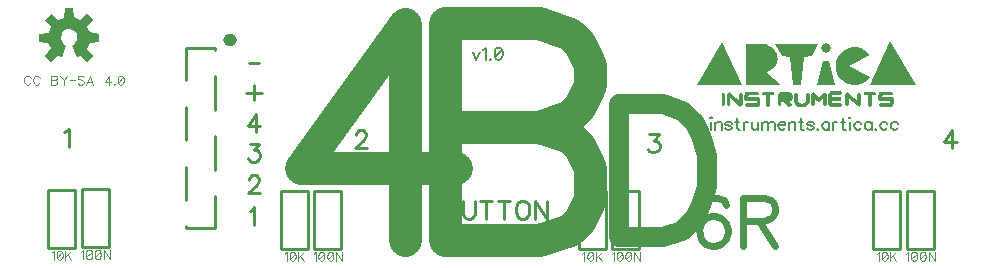
<source format=gbr>
G04 DipTrace 3.3.1.3*
G04 TopSilk.gbr*
%MOIN*%
G04 #@! TF.FileFunction,Legend,Top*
G04 #@! TF.Part,Single*
%ADD10C,0.009843*%
%ADD18O,0.04467X0.043737*%
%ADD20C,0.015584*%
%ADD21C,0.032777*%
%ADD22C,0.012511*%
%ADD23C,0.012511*%
%ADD24C,0.012438*%
%ADD25C,0.012438*%
%ADD26C,0.013974*%
%ADD27O,0.015584X0.014044*%
%ADD28O,0.026485X0.032763*%
%ADD29O,0.007829X0.006247*%
%ADD30C,0.014047*%
%ADD31O,0.015657X0.014044*%
%ADD32O,0.012438X0.014044*%
%ADD33O,0.012438X0.010921*%
%ADD47C,0.004632*%
%ADD48C,0.009264*%
%ADD49C,0.006176*%
%ADD50C,0.111163*%
%ADD51C,0.024703*%
%ADD52C,0.067933*%
%FSLAX26Y26*%
G04*
G70*
G90*
G75*
G01*
G04 TopSilk*
%LPD*%
X3782450Y709509D2*
D10*
X3692450D1*
Y517509D1*
X3782450D1*
Y709509D1*
X2801201D2*
X2711201D1*
Y517509D1*
X2801201D1*
Y709509D1*
X1807451D2*
X1717451D1*
Y517509D1*
X1807451D1*
Y709509D1*
X1032450Y715832D2*
X942450D1*
Y523832D1*
X1032450D1*
Y715832D1*
X3579951Y517509D2*
X3669951D1*
Y709509D1*
X3579951D1*
Y517509D1*
X2598701D2*
X2688701D1*
Y709509D1*
X2598701D1*
Y517509D1*
X1606329D2*
X1696329D1*
Y709509D1*
X1606329D1*
Y517509D1*
X829951Y521643D2*
X919951D1*
Y713643D1*
X829951D1*
Y521643D1*
D18*
X1435967Y1213958D3*
X1289612Y680238D2*
D10*
Y790524D1*
Y585940D2*
Y593673D1*
Y585940D2*
X1387666D1*
Y692131D1*
Y778696D2*
Y892816D1*
X1289612Y880274D2*
Y990559D1*
X1387666Y978666D2*
Y1092852D1*
X1289612Y1080374D2*
Y1185850D1*
X1387666Y1178832D2*
Y1185850D1*
X1289612D1*
G36*
X885913Y1320901D2*
X912430D1*
X917103Y1289703D1*
X935833Y1281899D1*
X960793Y1302189D1*
X981060Y1281899D1*
X960793Y1256945D1*
X968600Y1239776D1*
X999790Y1235094D1*
Y1207018D1*
X968600Y1203896D1*
X960793Y1185185D1*
X979503Y1160212D1*
X960793Y1141501D1*
X935833Y1160212D1*
X924910Y1155548D1*
X909315Y1192989D1*
X920238Y1202335D1*
X928025Y1213261D1*
Y1225747D1*
X924910Y1236655D1*
X915545Y1244458D1*
X904623Y1249141D1*
X892143D1*
X881220Y1242898D1*
X874990Y1233533D1*
X871875Y1221065D1*
X874990Y1208578D1*
X882798Y1197653D1*
X890585Y1192989D1*
X874990Y1155548D1*
X864068Y1160212D1*
X839108Y1141501D1*
X820398Y1160212D1*
X839108Y1186745D1*
X831300Y1203896D1*
X800110Y1207018D1*
Y1235094D1*
X832878Y1238215D1*
X839108Y1256945D1*
X818840Y1281899D1*
X839108Y1300629D1*
X864068Y1281899D1*
X882798Y1288142D1*
X885913Y1320901D1*
G37*
D20*
X3159050Y1033347D3*
G36*
X2992126Y1062987D2*
X3076484Y1206753D1*
X3142112Y1062987D1*
X2992126D1*
G37*
G36*
X3155940Y1200262D2*
X3215203D1*
X3223032Y1198712D1*
X3233933Y1194038D1*
X3241762Y1189363D1*
X3249517Y1183117D1*
X3254200Y1176870D1*
X3258882Y1167522D1*
X3260419Y1159702D1*
X3262028Y1148803D1*
X3260419Y1139433D1*
X3255736Y1128512D1*
X3249517Y1122265D1*
X3241762Y1116040D1*
X3232397Y1111344D1*
X3224568Y1108243D1*
X3272930Y1062987D1*
X3155940D1*
Y1200262D1*
G37*
G36*
X3254200D2*
X3397747D1*
X3377481Y1161275D1*
X3349386Y1156601D1*
X3340021Y1064559D1*
X3313462D1*
X3304097Y1156601D1*
X3276076Y1161275D1*
X3254200Y1200262D1*
G37*
G36*
X3411795Y1142556D2*
X3432061D1*
X3452328Y1062987D1*
X3393065D1*
X3411795Y1142556D1*
G37*
G36*
X3569317Y1089502D2*
X3500689Y1126961D1*
X3569317Y1162825D1*
X3559952Y1173746D1*
X3550587Y1179993D1*
X3538149Y1186240D1*
X3525638Y1189363D1*
X3511591D1*
X3499153Y1186240D1*
X3486642Y1181544D1*
X3475740Y1173746D1*
X3466375Y1162825D1*
X3460156Y1151905D1*
X3457010Y1139433D1*
X3455474Y1126961D1*
X3457010Y1112917D1*
X3460156Y1100423D1*
X3467912Y1087952D1*
X3477277Y1078604D1*
X3488178Y1070784D1*
X3500689Y1066110D1*
X3511591Y1062987D1*
X3525638D1*
X3538149Y1066110D1*
X3552197Y1072357D1*
X3569317Y1089502D1*
G37*
G36*
X3570854Y1064559D2*
X3634872Y1209633D1*
X3723766Y1062987D1*
X3570854Y1064559D1*
G37*
D21*
X3421892Y1185454D3*
G36*
X3074801Y1033347D2*
X3087312D1*
Y995910D1*
X3074801D1*
Y1033347D1*
G37*
D22*
X3081057Y1034909D3*
D23*
Y995910D3*
G36*
X3091995Y1033347D2*
X3104433D1*
Y995910D1*
X3091995D1*
Y1033347D1*
G37*
D24*
X3098214Y1034909D3*
D25*
Y995910D3*
G36*
X3132528Y1033347D2*
X3145039D1*
Y995910D1*
X3132528D1*
Y1033347D1*
G37*
D22*
X3138783Y1034909D3*
D23*
Y995910D3*
G36*
X3224568Y1031797D2*
X3237079D1*
Y994360D1*
X3224568D1*
Y1031797D1*
G37*
D22*
X3230824Y1033358D3*
Y994349D3*
D26*
X3195705Y1015404D3*
D27*
X3194900Y998258D3*
D20*
X3605204Y1033347D3*
G36*
X3212057Y1041145D2*
X3249517D1*
Y1028673D1*
X3212057D1*
Y1041145D1*
G37*
D22*
X3213630Y1034909D3*
D24*
X3247981D3*
G36*
X3262028Y1033347D2*
X3274466D1*
Y995910D1*
X3262028D1*
Y1033347D1*
G37*
D24*
X3268247Y1034909D3*
D25*
Y995910D3*
G36*
X3316609Y1033347D2*
X3329120D1*
Y1014629D1*
X3316609D1*
Y1033347D1*
G37*
D22*
X3322864Y1034909D3*
G36*
X3268247Y1041145D2*
X3302561D1*
Y1008382D1*
X3268247D1*
Y1041145D1*
G37*
G36*
X3357141Y1033347D2*
X3369652D1*
Y1019303D1*
X3357141D1*
Y1033347D1*
G37*
D22*
X3363397Y1034909D3*
D28*
X3300220Y1024763D3*
G36*
X3563098Y1031797D2*
X3575536D1*
Y994360D1*
X3563098D1*
Y1031797D1*
G37*
D24*
X3569317Y1033358D3*
Y994349D3*
G36*
X3550587Y1041145D2*
X3588047D1*
Y1028673D1*
X3550587D1*
Y1041145D1*
G37*
D22*
X3552160Y1034909D3*
X3586474D3*
G36*
X3430452Y1033347D2*
X3442963D1*
Y995910D1*
X3430452D1*
Y1033347D1*
G37*
D22*
X3436707Y1034909D3*
D23*
Y995910D3*
G36*
X3413331Y1033347D2*
X3425842D1*
Y995910D1*
X3413331D1*
Y1033347D1*
G37*
D22*
X3419587Y1034909D3*
D23*
Y995910D3*
G36*
X3372798Y1033347D2*
X3385236D1*
Y995910D1*
X3372798D1*
Y1033347D1*
G37*
D24*
X3379017Y1034909D3*
D25*
Y995910D3*
G36*
X3319755Y1017752D2*
X3329120D1*
Y1008382D1*
X3319755D1*
Y1017752D1*
G37*
D29*
X3398516Y1009955D3*
D30*
X3641896Y1015404D3*
D31*
X3641091Y998258D3*
G36*
X3606777Y1041145D2*
X3644237D1*
Y1028673D1*
X3606777D1*
Y1041145D1*
G37*
D24*
X3608314Y1034909D3*
D22*
X3642664D3*
G36*
X3602095Y1022426D2*
X3639555D1*
Y1011505D1*
X3602095D1*
Y1022426D1*
G37*
D32*
X3603631Y1018528D3*
G36*
X3602095Y1002157D2*
X3639555D1*
Y991236D1*
X3602095D1*
Y1002157D1*
G37*
G36*
X3098214Y1041145D2*
X3141893Y1002157D1*
X3140356Y989663D1*
X3134064Y992787D1*
X3098214Y1023999D1*
Y1041145D1*
G37*
G36*
X3486642Y1033347D2*
X3499153D1*
Y995910D1*
X3486642D1*
Y1033347D1*
G37*
D22*
X3492897Y1034909D3*
D23*
Y995910D3*
G36*
X3527175Y1033347D2*
X3539686D1*
Y995910D1*
X3527175D1*
Y1033347D1*
G37*
D22*
X3533430Y1034909D3*
D23*
Y995910D3*
G36*
X3492861Y1041145D2*
X3536540Y1002157D1*
X3535003Y989663D1*
X3528784Y992787D1*
X3492861Y1023999D1*
Y1041145D1*
G37*
G36*
X3160623D2*
X3198010D1*
Y1028673D1*
X3160623D1*
Y1041145D1*
G37*
D24*
X3162159Y1034909D3*
X3196473D3*
G36*
X3155940Y1022426D2*
X3193400D1*
Y1011505D1*
X3155940D1*
Y1022426D1*
G37*
D32*
X3157477Y1018528D3*
D33*
X3602095Y996697D3*
G36*
X3155940Y1002157D2*
X3193400D1*
Y991236D1*
X3155940D1*
Y1002157D1*
G37*
D33*
Y996697D3*
D24*
X3191791Y997472D3*
D23*
X3305670Y995910D3*
G36*
X3280758Y1009955D2*
X3301025Y991236D1*
X3310390Y1000584D1*
X3297879Y1013078D1*
X3280758Y1009955D1*
G37*
G36*
X3341557Y989663D2*
X3352459D1*
X3363433Y997483D1*
X3368116Y1008382D1*
X3369652Y1020876D1*
X3357141Y1022426D1*
X3355605Y1009955D1*
X3341557Y989663D1*
G37*
G36*
X3316609Y1020876D2*
Y1005281D1*
X3327510Y991236D1*
X3344704Y989663D1*
X3358751Y999034D1*
X3350922Y1003708D1*
X3344704Y1000584D1*
X3335339Y1002157D1*
X3316609Y1020876D1*
G37*
G36*
X3380554Y1041145D2*
X3399284Y1023999D1*
X3416477Y1039594D1*
X3422696Y1030224D1*
X3402430Y1009955D1*
X3394601D1*
X3380554Y1023999D1*
Y1041145D1*
G37*
G36*
X3151258Y1031797D2*
X3163696D1*
Y1019303D1*
X3151258D1*
Y1031797D1*
G37*
G36*
X3191791Y1013078D2*
X3202692D1*
Y999034D1*
X3191791D1*
Y1013078D1*
G37*
G36*
X3436744Y1042717D2*
X3474131D1*
Y1030224D1*
X3436744D1*
Y1042717D1*
G37*
D25*
X3438280Y1036471D3*
X3472594D3*
G36*
X3435134Y1022426D2*
X3472594D1*
Y1009955D1*
X3435134D1*
Y1022426D1*
G37*
D22*
X3436707Y1016190D3*
D24*
X3471058D3*
G36*
X3436744Y1002157D2*
X3474131D1*
Y989663D1*
X3436744D1*
Y1002157D1*
G37*
D25*
X3438280Y995910D3*
X3472594D3*
D22*
X3637982Y997472D3*
G36*
X3597412Y1031797D2*
X3609850D1*
Y1019303D1*
X3597412D1*
Y1031797D1*
G37*
G36*
X3637945Y1013078D2*
X3648920D1*
Y999034D1*
X3637945D1*
Y1013078D1*
G37*
X3689813Y501564D2*
D47*
X3692698Y503023D1*
X3697009Y507301D1*
Y477190D1*
X3714894Y507301D2*
X3710583Y505875D1*
X3707698Y501564D1*
X3706272Y494401D1*
Y490090D1*
X3707698Y482927D1*
X3710583Y478616D1*
X3714894Y477190D1*
X3717746D1*
X3722057Y478616D1*
X3724909Y482927D1*
X3726368Y490090D1*
Y494401D1*
X3724909Y501564D1*
X3722057Y505875D1*
X3717746Y507301D1*
X3714894D1*
X3724909Y501564D2*
X3707698Y482927D1*
X3744254Y507301D2*
X3739943Y505875D1*
X3737058Y501564D1*
X3735632Y494401D1*
Y490090D1*
X3737058Y482927D1*
X3739943Y478616D1*
X3744254Y477190D1*
X3747106D1*
X3751417Y478616D1*
X3754269Y482927D1*
X3755728Y490090D1*
Y494401D1*
X3754269Y501564D1*
X3751417Y505875D1*
X3747106Y507301D1*
X3744254D1*
X3754269Y501564D2*
X3737058Y482927D1*
X3785088Y507334D2*
Y477190D1*
X3764992Y507334D1*
Y477190D1*
X2708563Y501564D2*
X2711448Y503023D1*
X2715760Y507301D1*
Y477190D1*
X2733645Y507301D2*
X2729334Y505875D1*
X2726449Y501564D1*
X2725023Y494401D1*
Y490090D1*
X2726449Y482927D1*
X2729334Y478616D1*
X2733645Y477190D1*
X2736497D1*
X2740808Y478616D1*
X2743660Y482927D1*
X2745119Y490090D1*
Y494401D1*
X2743660Y501564D1*
X2740808Y505875D1*
X2736497Y507301D1*
X2733645D1*
X2743660Y501564D2*
X2726449Y482927D1*
X2763005Y507301D2*
X2758694Y505875D1*
X2755809Y501564D1*
X2754383Y494401D1*
Y490090D1*
X2755809Y482927D1*
X2758694Y478616D1*
X2763005Y477190D1*
X2765857D1*
X2770168Y478616D1*
X2773019Y482927D1*
X2774479Y490090D1*
Y494401D1*
X2773019Y501564D1*
X2770168Y505875D1*
X2765857Y507301D1*
X2763005D1*
X2773019Y501564D2*
X2755809Y482927D1*
X2803838Y507334D2*
Y477190D1*
X2783742Y507334D1*
Y477190D1*
X1714814Y501564D2*
X1717699Y503023D1*
X1722010Y507301D1*
Y477190D1*
X1739896Y507301D2*
X1735585Y505875D1*
X1732700Y501564D1*
X1731274Y494401D1*
Y490090D1*
X1732700Y482927D1*
X1735585Y478616D1*
X1739896Y477190D1*
X1742748D1*
X1747059Y478616D1*
X1749911Y482927D1*
X1751370Y490090D1*
Y494401D1*
X1749911Y501564D1*
X1747059Y505875D1*
X1742748Y507301D1*
X1739896D1*
X1749911Y501564D2*
X1732700Y482927D1*
X1769255Y507301D2*
X1764944Y505875D1*
X1762059Y501564D1*
X1760633Y494401D1*
Y490090D1*
X1762059Y482927D1*
X1764944Y478616D1*
X1769255Y477190D1*
X1772107D1*
X1776418Y478616D1*
X1779270Y482927D1*
X1780729Y490090D1*
Y494401D1*
X1779270Y501564D1*
X1776418Y505875D1*
X1772107Y507301D1*
X1769255D1*
X1779270Y501564D2*
X1762059Y482927D1*
X1810089Y507334D2*
Y477190D1*
X1789993Y507334D1*
Y477190D1*
X939813Y507887D2*
X942698Y509346D1*
X947009Y513624D1*
Y483513D1*
X964894Y513624D2*
X960583Y512198D1*
X957698Y507887D1*
X956272Y500724D1*
Y496413D1*
X957698Y489250D1*
X960583Y484939D1*
X964894Y483513D1*
X967746D1*
X972057Y484939D1*
X974909Y489250D1*
X976368Y496413D1*
Y500724D1*
X974909Y507887D1*
X972057Y512198D1*
X967746Y513624D1*
X964894D1*
X974909Y507887D2*
X957698Y489250D1*
X994254Y513624D2*
X989943Y512198D1*
X987058Y507887D1*
X985632Y500724D1*
Y496413D1*
X987058Y489250D1*
X989943Y484939D1*
X994254Y483513D1*
X997106D1*
X1001417Y484939D1*
X1004269Y489250D1*
X1005728Y496413D1*
Y500724D1*
X1004269Y507887D1*
X1001417Y512198D1*
X997106Y513624D1*
X994254D1*
X1004269Y507887D2*
X987058Y489250D1*
X1035088Y513657D2*
Y483513D1*
X1014992Y513657D1*
Y483513D1*
X3591994Y501564D2*
X3594879Y503023D1*
X3599190Y507301D1*
Y477190D1*
X3617076Y507301D2*
X3612765Y505875D1*
X3609879Y501564D1*
X3608453Y494401D1*
Y490090D1*
X3609879Y482927D1*
X3612765Y478616D1*
X3617076Y477190D1*
X3619927D1*
X3624238Y478616D1*
X3627090Y482927D1*
X3628549Y490090D1*
Y494401D1*
X3627090Y501564D1*
X3624238Y505875D1*
X3619927Y507301D1*
X3617076D1*
X3627090Y501564D2*
X3609879Y482927D1*
X3637813Y507334D2*
Y477190D1*
X3657909Y507334D2*
X3637813Y487238D1*
X3644976Y494434D2*
X3657909Y477190D1*
X2610743Y501564D2*
X2613628Y503023D1*
X2617939Y507301D1*
Y477190D1*
X2635825Y507301D2*
X2631514Y505875D1*
X2628629Y501564D1*
X2627203Y494401D1*
Y490090D1*
X2628629Y482927D1*
X2631514Y478616D1*
X2635825Y477190D1*
X2638677D1*
X2642988Y478616D1*
X2645840Y482927D1*
X2647299Y490090D1*
Y494401D1*
X2645840Y501564D1*
X2642988Y505875D1*
X2638677Y507301D1*
X2635825D1*
X2645840Y501564D2*
X2628629Y482927D1*
X2656562Y507334D2*
Y477190D1*
X2676658Y507334D2*
X2656562Y487238D1*
X2663725Y494434D2*
X2676658Y477190D1*
X1618372Y501564D2*
X1621257Y503023D1*
X1625568Y507301D1*
Y477190D1*
X1643453Y507301D2*
X1639142Y505875D1*
X1636257Y501564D1*
X1634831Y494401D1*
Y490090D1*
X1636257Y482927D1*
X1639142Y478616D1*
X1643453Y477190D1*
X1646305D1*
X1650616Y478616D1*
X1653468Y482927D1*
X1654927Y490090D1*
Y494401D1*
X1653468Y501564D1*
X1650616Y505875D1*
X1646305Y507301D1*
X1643453D1*
X1653468Y501564D2*
X1636257Y482927D1*
X1664191Y507334D2*
Y477190D1*
X1684287Y507334D2*
X1664191Y487238D1*
X1671354Y494434D2*
X1684287Y477190D1*
X841994Y505698D2*
X844879Y507157D1*
X849190Y511435D1*
Y481324D1*
X867076Y511435D2*
X862765Y510009D1*
X859879Y505698D1*
X858453Y498535D1*
Y494224D1*
X859879Y487061D1*
X862765Y482750D1*
X867076Y481324D1*
X869927D1*
X874238Y482750D1*
X877090Y487061D1*
X878549Y494224D1*
Y498535D1*
X877090Y505698D1*
X874238Y510009D1*
X869927Y511435D1*
X867076D1*
X877090Y505698D2*
X859879Y487061D1*
X887813Y511468D2*
Y481324D1*
X907909Y511468D2*
X887813Y491372D1*
X894976Y498568D2*
X907909Y481324D1*
X1499263Y747927D2*
D48*
Y750779D1*
X1502115Y756549D1*
X1504966Y759401D1*
X1510737Y762253D1*
X1522211D1*
X1527914Y759401D1*
X1530766Y756549D1*
X1533684Y750779D1*
Y745075D1*
X1530766Y739305D1*
X1525062Y730749D1*
X1496344Y702031D1*
X1536536D1*
X1499860Y1138394D2*
X1533022D1*
X1516408Y1064228D2*
Y1012562D1*
X1490608Y1038362D2*
X1542274D1*
X1523637Y908283D2*
Y968505D1*
X1494919Y928379D1*
X1537963D1*
X1502115Y868507D2*
X1533618D1*
X1516440Y845559D1*
X1525062D1*
X1530766Y842707D1*
X1533618Y839855D1*
X1536536Y831233D1*
Y825530D1*
X1533618Y816907D1*
X1527914Y811137D1*
X1519292Y808285D1*
X1510670D1*
X1502115Y811137D1*
X1499263Y814056D1*
X1496344Y819759D1*
X1502995Y644531D2*
X1508765Y647449D1*
X1517387Y656005D1*
Y595783D1*
X884363Y907031D2*
X890133Y909949D1*
X898755Y918505D1*
Y858283D1*
X3037857Y954168D2*
D49*
X3039758Y952267D1*
X3041704Y954168D1*
X3039758Y956113D1*
X3037857Y954168D1*
X3039758Y940771D2*
Y913976D1*
X3054055Y940771D2*
Y913976D1*
Y933121D2*
X3059803Y938869D1*
X3063650Y940771D1*
X3069354D1*
X3073200Y938869D1*
X3075102Y933121D1*
Y913976D1*
X3108500Y935023D2*
X3106598Y938869D1*
X3100850Y940771D1*
X3095102D1*
X3089354Y938869D1*
X3087453Y935023D1*
X3089354Y931220D1*
X3093201Y929275D1*
X3102752Y927373D1*
X3106598Y925472D1*
X3108500Y921625D1*
Y919724D1*
X3106598Y915921D1*
X3100850Y913976D1*
X3095102D1*
X3089354Y915921D1*
X3087453Y919724D1*
X3126599Y954168D2*
Y921625D1*
X3128500Y915921D1*
X3132347Y913976D1*
X3136150D1*
X3120851Y940771D2*
X3134248D1*
X3148501D2*
Y913976D1*
Y929275D2*
X3150447Y935023D1*
X3154249Y938869D1*
X3158096Y940771D1*
X3163844D1*
X3176195D2*
Y921625D1*
X3178097Y915921D1*
X3181943Y913976D1*
X3187691D1*
X3191494Y915921D1*
X3197242Y921625D1*
Y940771D2*
Y913976D1*
X3209593Y940771D2*
Y913976D1*
Y933121D2*
X3215341Y938869D1*
X3219188Y940771D1*
X3224892D1*
X3228739Y938869D1*
X3230640Y933121D1*
Y913976D1*
Y933121D2*
X3236388Y938869D1*
X3240235Y940771D1*
X3245939D1*
X3249785Y938869D1*
X3251731Y933121D1*
Y913976D1*
X3264082Y929275D2*
X3287030D1*
Y933121D1*
X3285129Y936968D1*
X3283228Y938869D1*
X3279381Y940771D1*
X3273633D1*
X3269830Y938869D1*
X3265984Y935023D1*
X3264082Y929275D1*
Y925472D1*
X3265984Y919724D1*
X3269830Y915921D1*
X3273633Y913976D1*
X3279381D1*
X3283228Y915921D1*
X3287030Y919724D1*
X3299382Y940771D2*
Y913976D1*
Y933121D2*
X3305130Y938869D1*
X3308976Y940771D1*
X3314680D1*
X3318527Y938869D1*
X3320428Y933121D1*
Y913976D1*
X3338528Y954168D2*
Y921625D1*
X3340429Y915921D1*
X3344276Y913976D1*
X3348078D1*
X3332780Y940771D2*
X3346177D1*
X3381476Y935023D2*
X3379575Y938869D1*
X3373827Y940771D1*
X3368079D1*
X3362331Y938869D1*
X3360430Y935023D1*
X3362331Y931220D1*
X3366178Y929275D1*
X3375728Y927373D1*
X3379575Y925472D1*
X3381476Y921625D1*
Y919724D1*
X3379575Y915921D1*
X3373827Y913976D1*
X3368079D1*
X3362331Y915921D1*
X3360430Y919724D1*
X3395729Y917823D2*
X3393828Y915877D1*
X3395729Y913976D1*
X3397674Y915877D1*
X3395729Y917823D1*
X3432974Y940771D2*
Y913976D1*
Y935023D2*
X3429171Y938869D1*
X3425324Y940771D1*
X3419621D1*
X3415774Y938869D1*
X3411971Y935023D1*
X3410026Y929275D1*
Y925472D1*
X3411971Y919724D1*
X3415774Y915921D1*
X3419621Y913976D1*
X3425324D1*
X3429171Y915921D1*
X3432974Y919724D1*
X3445325Y940771D2*
Y913976D1*
Y929275D2*
X3447271Y935023D1*
X3451073Y938869D1*
X3454920Y940771D1*
X3460668D1*
X3478767Y954168D2*
Y921625D1*
X3480669Y915921D1*
X3484515Y913976D1*
X3488318D1*
X3473019Y940771D2*
X3486417D1*
X3500669Y954168D2*
X3502571Y952267D1*
X3504516Y954168D1*
X3502571Y956113D1*
X3500669Y954168D1*
X3502571Y940771D2*
Y913976D1*
X3539860Y935023D2*
X3536013Y938869D1*
X3532166Y940771D1*
X3526462D1*
X3522616Y938869D1*
X3518813Y935023D1*
X3516867Y929275D1*
Y925472D1*
X3518813Y919724D1*
X3522616Y915921D1*
X3526462Y913976D1*
X3532166D1*
X3536013Y915921D1*
X3539860Y919724D1*
X3575159Y940771D2*
Y913976D1*
Y935023D2*
X3571356Y938869D1*
X3567510Y940771D1*
X3561806D1*
X3557959Y938869D1*
X3554156Y935023D1*
X3552211Y929275D1*
Y925472D1*
X3554156Y919724D1*
X3557959Y915921D1*
X3561806Y913976D1*
X3567510D1*
X3571356Y915921D1*
X3575159Y919724D1*
X3589412Y917823D2*
X3587510Y915877D1*
X3589412Y913976D1*
X3591357Y915877D1*
X3589412Y917823D1*
X3626701Y935023D2*
X3622854Y938869D1*
X3619007Y940771D1*
X3613303D1*
X3609457Y938869D1*
X3605654Y935023D1*
X3603708Y929275D1*
Y925472D1*
X3605654Y919724D1*
X3609457Y915921D1*
X3613303Y913976D1*
X3619007D1*
X3622854Y915921D1*
X3626701Y919724D1*
X3662044Y935023D2*
X3658197Y938869D1*
X3654351Y940771D1*
X3648647D1*
X3644800Y938869D1*
X3640997Y935023D1*
X3639052Y929275D1*
Y925472D1*
X3640997Y919724D1*
X3644800Y915921D1*
X3648647Y913976D1*
X3654351D1*
X3658197Y915921D1*
X3662044Y919724D1*
X2833884Y899754D2*
D48*
X2865387D1*
X2848209Y876806D1*
X2856831D1*
X2862535Y873954D1*
X2865387Y871102D1*
X2868305Y862480D1*
Y856776D1*
X2865387Y848154D1*
X2859683Y842384D1*
X2851061Y839532D1*
X2842439D1*
X2833884Y842384D1*
X2831032Y845302D1*
X2828113Y851006D1*
X3844333Y852032D2*
Y912254D1*
X3815615Y872128D1*
X3858659D1*
X771497Y1087897D2*
D47*
X770071Y1090749D1*
X767186Y1093634D1*
X764334Y1095060D1*
X758597D1*
X755712Y1093634D1*
X752860Y1090749D1*
X751401Y1087897D1*
X749975Y1083586D1*
Y1076390D1*
X751401Y1072112D1*
X752860Y1069227D1*
X755712Y1066375D1*
X758597Y1064916D1*
X764334D1*
X767186Y1066375D1*
X770071Y1069227D1*
X771497Y1072112D1*
X802282Y1087897D2*
X800856Y1090749D1*
X797971Y1093634D1*
X795119Y1095060D1*
X789382D1*
X786497Y1093634D1*
X783645Y1090749D1*
X782186Y1087897D1*
X780760Y1083586D1*
Y1076390D1*
X782186Y1072112D1*
X783645Y1069227D1*
X786497Y1066375D1*
X789382Y1064916D1*
X795119D1*
X797971Y1066375D1*
X800856Y1069227D1*
X802282Y1072112D1*
X840706Y1095060D2*
Y1064916D1*
X853639D1*
X857950Y1066375D1*
X859376Y1067801D1*
X860802Y1070653D1*
Y1074964D1*
X859376Y1077849D1*
X857950Y1079275D1*
X853639Y1080701D1*
X857950Y1082160D1*
X859376Y1083586D1*
X860802Y1086438D1*
Y1089323D1*
X859376Y1092175D1*
X857950Y1093634D1*
X853639Y1095060D1*
X840706D1*
Y1080701D2*
X853639D1*
X870066Y1095060D2*
X881540Y1080701D1*
Y1064916D1*
X893014Y1095060D2*
X881540Y1080701D1*
X902277Y1079971D2*
X918858D1*
X948218Y1090749D2*
X945366Y1093634D1*
X941055Y1095060D1*
X935318D1*
X931007Y1093634D1*
X928122Y1090749D1*
Y1087897D1*
X929581Y1085012D1*
X931007Y1083586D1*
X933859Y1082160D1*
X942481Y1079275D1*
X945366Y1077849D1*
X946792Y1076390D1*
X948218Y1073538D1*
Y1069227D1*
X945366Y1066375D1*
X941055Y1064916D1*
X935318D1*
X931007Y1066375D1*
X928122Y1069227D1*
X980462Y1064916D2*
X968955Y1095060D1*
X957481Y1064916D1*
X961792Y1074964D2*
X976151D1*
X1033245Y1064916D2*
Y1095027D1*
X1018886Y1074964D1*
X1040408D1*
X1051098Y1067801D2*
X1049672Y1066342D1*
X1051098Y1064916D1*
X1052557Y1066342D1*
X1051098Y1067801D1*
X1070443Y1095027D2*
X1066132Y1093601D1*
X1063247Y1089290D1*
X1061821Y1082127D1*
Y1077816D1*
X1063247Y1070653D1*
X1066132Y1066342D1*
X1070443Y1064916D1*
X1073295D1*
X1077606Y1066342D1*
X1080457Y1070653D1*
X1081917Y1077816D1*
Y1082127D1*
X1080457Y1089290D1*
X1077606Y1093601D1*
X1073295Y1095027D1*
X1070443D1*
X1080457Y1089290D2*
X1063247Y1070653D1*
X2018084Y545604D2*
D50*
Y1268264D1*
X1673467Y786756D1*
X2189994D1*
X2154716Y1269060D2*
Y545604D1*
X2465110D1*
X2568575Y580623D1*
X2602798Y614846D1*
X2637021Y683291D1*
Y786756D1*
X2602798Y855998D1*
X2568575Y890220D1*
X2465110Y924443D1*
X2568575Y959462D1*
X2602798Y993685D1*
X2637021Y1062131D1*
Y1131372D1*
X2602798Y1199818D1*
X2568575Y1234837D1*
X2465110Y1269060D1*
X2154716D1*
Y924443D2*
X2465110D1*
X2245320Y1174454D2*
D49*
X2256816Y1147660D1*
X2268268Y1174454D1*
X2280619Y1180158D2*
X2284466Y1182104D1*
X2290214Y1187807D1*
Y1147660D1*
X2304467Y1151506D2*
X2302566Y1149561D1*
X2304467Y1147660D1*
X2306412Y1149561D1*
X2304467Y1151506D1*
X2330260Y1187807D2*
X2324512Y1185906D1*
X2320665Y1180158D1*
X2318764Y1170608D1*
Y1164860D1*
X2320665Y1155309D1*
X2324512Y1149561D1*
X2330260Y1147660D1*
X2334062D1*
X2339810Y1149561D1*
X2343613Y1155309D1*
X2345558Y1164860D1*
Y1170608D1*
X2343613Y1180158D1*
X2339810Y1185906D1*
X2334062Y1187807D1*
X2330260D1*
X2343613Y1180158D2*
X2320665Y1155309D1*
X3090126Y664787D2*
D51*
X3082521Y679997D1*
X3059529Y687603D1*
X3044319D1*
X3021326Y679997D1*
X3005939Y657005D1*
X2998334Y618803D1*
Y580601D1*
X3005939Y550004D1*
X3021326Y534617D1*
X3044319Y527011D1*
X3051924D1*
X3074739Y534617D1*
X3090126Y550004D1*
X3097731Y572996D1*
Y580601D1*
X3090126Y603593D1*
X3074739Y618803D1*
X3051924Y626408D1*
X3044319D1*
X3021326Y618803D1*
X3005939Y603593D1*
X2998334Y580601D1*
X3147137Y611198D2*
X3215936D1*
X3238928Y618980D1*
X3246710Y626585D1*
X3254315Y641795D1*
Y657182D1*
X3246710Y672392D1*
X3238928Y680174D1*
X3215936Y687779D1*
X3147137D1*
Y527011D1*
X3200726Y611198D2*
X3254315Y527011D1*
X2732449Y999059D2*
D52*
Y556947D1*
X2879820D1*
X2943048Y578347D1*
X2985363Y620175D1*
X3006277Y662489D1*
X3027191Y725231D1*
Y830774D1*
X3006277Y894002D1*
X2985363Y935830D1*
X2943048Y978145D1*
X2879820Y999059D1*
X2732449D1*
X2212489Y677946D2*
D48*
Y634902D1*
X2215341Y626280D1*
X2221111Y620576D1*
X2229733Y617658D1*
X2235437D1*
X2244059Y620576D1*
X2249829Y626280D1*
X2252681Y634902D1*
Y677946D1*
X2291304D2*
Y617658D1*
X2271208Y677946D2*
X2311400D1*
X2350023D2*
Y617658D1*
X2329927Y677946D2*
X2370119D1*
X2405890D2*
X2400120Y675094D1*
X2394416Y669324D1*
X2391498Y663620D1*
X2388646Y654998D1*
Y640606D1*
X2391498Y632050D1*
X2394416Y626280D1*
X2400120Y620576D1*
X2405890Y617658D1*
X2417364D1*
X2423068Y620576D1*
X2428838Y626280D1*
X2431690Y632050D1*
X2434542Y640606D1*
Y654998D1*
X2431690Y663620D1*
X2428838Y669324D1*
X2423068Y675094D1*
X2417364Y677946D1*
X2405890D1*
X2493261D2*
Y617658D1*
X2453069Y677946D1*
Y617658D1*
X1856032Y897928D2*
Y900780D1*
X1858884Y906550D1*
X1861735Y909402D1*
X1867506Y912254D1*
X1878980D1*
X1884683Y909402D1*
X1887535Y906550D1*
X1890453Y900780D1*
Y895076D1*
X1887535Y889306D1*
X1881831Y880750D1*
X1853113Y852032D1*
X1893305D1*
M02*

</source>
